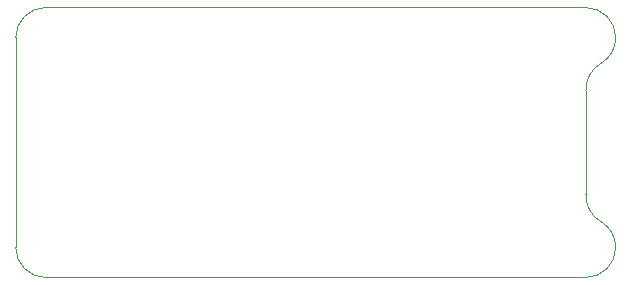
<source format=gbr>
%TF.GenerationSoftware,KiCad,Pcbnew,7.0.11*%
%TF.CreationDate,2024-03-26T20:33:30-04:00*%
%TF.ProjectId,weather-featherwing,77656174-6865-4722-9d66-656174686572,03*%
%TF.SameCoordinates,Original*%
%TF.FileFunction,Profile,NP*%
%FSLAX46Y46*%
G04 Gerber Fmt 4.6, Leading zero omitted, Abs format (unit mm)*
G04 Created by KiCad (PCBNEW 7.0.11) date 2024-03-26 20:33:30*
%MOMM*%
%LPD*%
G01*
G04 APERTURE LIST*
%TA.AperFunction,Profile*%
%ADD10C,0.120000*%
%TD*%
G04 APERTURE END LIST*
D10*
X162575435Y-112344287D02*
G75*
G03*
X163836656Y-114644151I2537865J-104013D01*
G01*
X114300000Y-99060000D02*
X114300000Y-116840000D01*
X116840000Y-119380000D02*
X162560000Y-119380000D01*
X165100000Y-99060000D02*
G75*
G03*
X162560000Y-96520000I-2540000J0D01*
G01*
X165099999Y-116840000D02*
G75*
G03*
X163836656Y-114644153I-2539999J0D01*
G01*
X121436000Y-96520000D02*
X162560000Y-96520000D01*
X162560000Y-119380000D02*
G75*
G03*
X165100000Y-116840000I0J2540000D01*
G01*
X114300000Y-116840000D02*
G75*
G03*
X116840000Y-119380000I2540000J0D01*
G01*
X162575444Y-103555713D02*
X162575444Y-112344287D01*
X163836661Y-101255858D02*
G75*
G03*
X162575445Y-103555713I1276639J-2195842D01*
G01*
X116840000Y-96520000D02*
G75*
G03*
X114300000Y-99060000I0J-2540000D01*
G01*
X163836656Y-101255848D02*
G75*
G03*
X165100000Y-99060000I-1276656J2195848D01*
G01*
X116840000Y-96520000D02*
X121436000Y-96520000D01*
M02*

</source>
